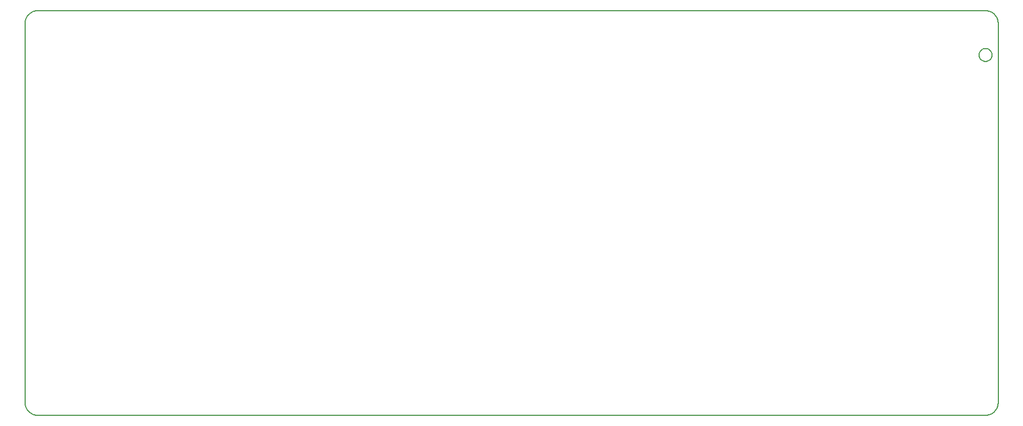
<source format=gbr>
%TF.GenerationSoftware,KiCad,Pcbnew,(5.1.7)-1*%
%TF.CreationDate,2020-12-08T13:51:12+10:00*%
%TF.ProjectId,Universal Controller Mk1,556e6976-6572-4736-916c-20436f6e7472,rev?*%
%TF.SameCoordinates,Original*%
%TF.FileFunction,Profile,NP*%
%FSLAX46Y46*%
G04 Gerber Fmt 4.6, Leading zero omitted, Abs format (unit mm)*
G04 Created by KiCad (PCBNEW (5.1.7)-1) date 2020-12-08 13:51:12*
%MOMM*%
%LPD*%
G01*
G04 APERTURE LIST*
%TA.AperFunction,Profile*%
%ADD10C,0.200000*%
%TD*%
G04 APERTURE END LIST*
D10*
X225269000Y-49309000D02*
X74851000Y-49309000D01*
X227060000Y-51298000D02*
X227016300Y-50882200D01*
X226678000Y-50122400D02*
X226398300Y-49811700D01*
X227060000Y-111298000D02*
X227060000Y-51298000D01*
X226398300Y-49811700D02*
X226060000Y-49566000D01*
X73442000Y-112473600D02*
X73721700Y-112784300D01*
X73232900Y-112111500D02*
X73442000Y-112473600D01*
X227016300Y-50882200D02*
X226887100Y-50484500D01*
X73060000Y-111298000D02*
X73103700Y-111713800D01*
X73232900Y-50484500D02*
X73103700Y-50882200D01*
X73060000Y-51298000D02*
X73060000Y-111298000D01*
X74851000Y-49309000D02*
X74442000Y-49395900D01*
X226887100Y-50484500D02*
X226678000Y-50122400D01*
X73721700Y-112784300D02*
X74060000Y-113030000D01*
X73103700Y-111713800D02*
X73232900Y-112111500D01*
X73721700Y-49811700D02*
X73442000Y-50122400D01*
X74060000Y-113030000D02*
X74442000Y-113200100D01*
X226060000Y-49566000D02*
X225678000Y-49395900D01*
X73103700Y-50882200D02*
X73060000Y-51298000D01*
X73442000Y-50122400D02*
X73232900Y-50484500D01*
X74060000Y-49566000D02*
X73721700Y-49811700D01*
X74442000Y-49395900D02*
X74060000Y-49566000D01*
X225678000Y-49395900D02*
X225269000Y-49309000D01*
X74851000Y-113287000D02*
X225269000Y-113287000D01*
X224246900Y-55707300D02*
X224387500Y-55551100D01*
X224141900Y-55889200D02*
X224246900Y-55707300D01*
X224077000Y-56507000D02*
X224055000Y-56298000D01*
X224954900Y-57297500D02*
X224749400Y-57253800D01*
X224749400Y-55342200D02*
X224954900Y-55298500D01*
X224055000Y-56298000D02*
X224077000Y-56089100D01*
X225269000Y-113287000D02*
X225678000Y-113200100D01*
X225732500Y-55551100D02*
X225873000Y-55707300D01*
X225562500Y-55427700D02*
X225732500Y-55551100D01*
X225165000Y-55298500D02*
X225370500Y-55342200D01*
X224954900Y-55298500D02*
X225165000Y-55298500D01*
X224387500Y-55551100D02*
X224557500Y-55427700D01*
X224387500Y-57044900D02*
X224246900Y-56888700D01*
X224557500Y-57168400D02*
X224387500Y-57044900D01*
X224077000Y-56089100D02*
X224141900Y-55889200D01*
X225873000Y-55707300D02*
X225978100Y-55889200D01*
X225370500Y-55342200D02*
X225562500Y-55427700D01*
X224557500Y-55427700D02*
X224749400Y-55342200D01*
X74442000Y-113200100D02*
X74851000Y-113287000D01*
X224141900Y-56706800D02*
X224077000Y-56507000D01*
X224749400Y-57253800D02*
X224557500Y-57168400D01*
X224246900Y-56888700D02*
X224141900Y-56706800D01*
X225732500Y-57044900D02*
X225562500Y-57168400D01*
X226065000Y-56298000D02*
X226043000Y-56507000D01*
X225165000Y-57297500D02*
X224954900Y-57297500D01*
X225978100Y-55889200D02*
X226043000Y-56089100D01*
X225370500Y-57253800D02*
X225165000Y-57297500D01*
X226043000Y-56089100D02*
X226065000Y-56298000D01*
X225873000Y-56888700D02*
X225732500Y-57044900D01*
X226043000Y-56507000D02*
X225978100Y-56706800D01*
X225562500Y-57168400D02*
X225370500Y-57253800D01*
X225978100Y-56706800D02*
X225873000Y-56888700D01*
X227016300Y-111713800D02*
X227060000Y-111298000D01*
X226678000Y-112473600D02*
X226887100Y-112111500D01*
X225678000Y-113200100D02*
X226060000Y-113030000D01*
X226887100Y-112111500D02*
X227016300Y-111713800D01*
X226398300Y-112784300D02*
X226678000Y-112473600D01*
X226060000Y-113030000D02*
X226398300Y-112784300D01*
M02*

</source>
